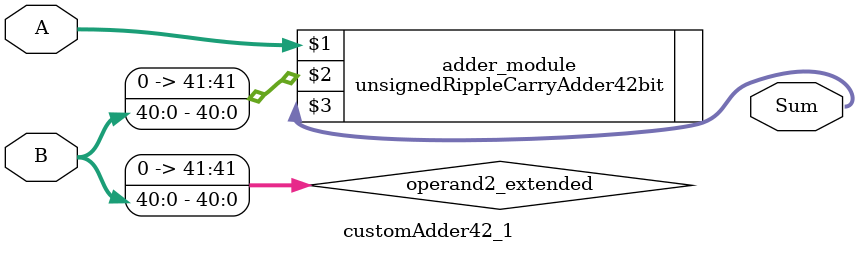
<source format=v>
module customAdder42_1(
                        input [41 : 0] A,
                        input [40 : 0] B,
                        
                        output [42 : 0] Sum
                );

        wire [41 : 0] operand2_extended;
        
        assign operand2_extended =  {1'b0, B};
        
        unsignedRippleCarryAdder42bit adder_module(
            A,
            operand2_extended,
            Sum
        );
        
        endmodule
        
</source>
